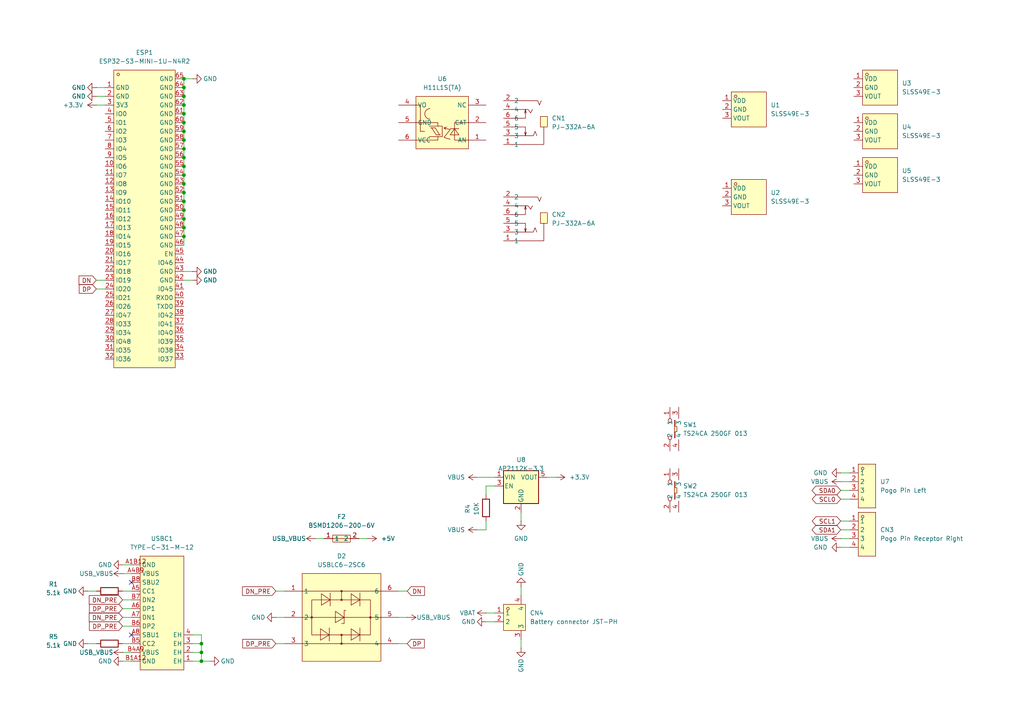
<source format=kicad_sch>
(kicad_sch (version 20250114) (generator "eeschema") (generator_version "9.0")
  (paper "A4")
  (lib_symbols
    (symbol "Device:R" (pin_numbers (hide yes)) (pin_names (offset 0))
      (property "Reference" "R" (at 2.032 0 90))
      (property "Value" "R" (at 0 0 90))
      (symbol "R_0_1"
        (rectangle (start -1.016 -2.54) (end 1.016 2.54) (stroke (width 0.254)))
      )
      (symbol "R_1_1"
        (pin passive line (at 0 3.81 270) (length 1.27) (name "~") (number "1"))
        (pin passive line (at 0 -3.81 90) (length 1.27) (name "~") (number "2"))
      )
    )
    (symbol "Regulator_Linear:AP2112K-3.3" (pin_names (offset 0.254))
      (property "Reference" "U" (at -5.08 5.715 0))
      (property "Value" "AP2112K-3.3" (at 0 5.715 0))
      (symbol "AP2112K-3.3_0_1"
        (rectangle (start -5.08 4.445) (end 5.08 -5.08) (stroke (width 0.254)) (fill (type background)))
      )
      (symbol "AP2112K-3.3_1_1"
        (pin power_in line (at -7.62 2.54 0) (length 2.54) (name "VIN") (number "1"))
        (pin input line (at -7.62 0 0) (length 2.54) (name "EN") (number "3"))
        (pin power_in line (at 0 -7.62 90) (length 2.54) (name "GND") (number "2"))
        (pin no_connect line (at 5.08 0 180) (length 2.54) (hide yes) (name "NC") (number "4"))
        (pin power_out line (at 7.62 2.54 180) (length 2.54) (name "VOUT") (number "5"))
      )
    )
    (symbol "easyeda2kicad:BSMD1206-200-6V"
      (property "Reference" "F" (at 0 5.08 0))
      (property "Value" "BSMD1206-200-6V" (at 0 -5.08 0))
      (symbol "BSMD1206-200-6V_0_1"
        (rectangle (start -2.54 1.02) (end 2.54 -1.02) (fill (type background)))
        (polyline (pts (xy -2.54 0) (xy 2.54 0)))
        (pin unspecified line (at -5.08 0 0) (length 2.54) (name "1") (number "1"))
        (pin unspecified line (at 5.08 0 180) (length 2.54) (name "2") (number "2"))
      )
    )
    (symbol "easyeda2kicad:ESP32-S3-MINI-1U-N4R2"
      (property "Reference" "ESP" (at 0 45.72 0))
      (property "Value" "ESP32-S3-MINI-1U-N4R2" (at 0 -45.72 0))
      (symbol "ESP32-S3-MINI-1U-N4R2_0_1"
        (rectangle (start -10.16 43.18) (end 7.62 -43.18) (fill (type background)))
        (circle (center -8.89 41.91) (radius 0.38))
        (pin unspecified line (at -12.7 38.1 0) (length 2.54) (name "GND") (number "1"))
        (pin unspecified line (at -12.7 35.56 0) (length 2.54) (name "GND") (number "2"))
        (pin unspecified line (at -12.7 33.02 0) (length 2.54) (name "3V3") (number "3"))
        (pin unspecified line (at -12.7 30.48 0) (length 2.54) (name "IO0") (number "4"))
        (pin unspecified line (at -12.7 27.94 0) (length 2.54) (name "IO1") (number "5"))
        (pin unspecified line (at -12.7 25.4 0) (length 2.54) (name "IO2") (number "6"))
        (pin unspecified line (at -12.7 22.86 0) (length 2.54) (name "IO3") (number "7"))
        (pin unspecified line (at -12.7 20.32 0) (length 2.54) (name "IO4") (number "8"))
        (pin unspecified line (at -12.7 17.78 0) (length 2.54) (name "IO5") (number "9"))
        (pin unspecified line (at -12.7 15.24 0) (length 2.54) (name "IO6") (number "10"))
        (pin unspecified line (at -12.7 12.7 0) (length 2.54) (name "IO7") (number "11"))
        (pin unspecified line (at -12.7 10.16 0) (length 2.54) (name "IO8") (number "12"))
        (pin unspecified line (at -12.7 7.62 0) (length 2.54) (name "IO9") (number "13"))
        (pin unspecified line (at -12.7 5.08 0) (length 2.54) (name "IO10") (number "14"))
        (pin unspecified line (at -12.7 2.54 0) (length 2.54) (name "IO11") (number "15"))
        (pin unspecified line (at -12.7 0 0) (length 2.54) (name "IO12") (number "16"))
        (pin unspecified line (at -12.7 -2.54 0) (length 2.54) (name "IO13") (number "17"))
        (pin unspecified line (at -12.7 -5.08 0) (length 2.54) (name "IO14") (number "18"))
        (pin unspecified line (at -12.7 -7.62 0) (length 2.54) (name "IO15") (number "19"))
        (pin unspecified line (at -12.7 -10.16 0) (length 2.54) (name "IO16") (number "20"))
        (pin unspecified line (at -12.7 -12.7 0) (length 2.54) (name "IO17") (number "21"))
        (pin unspecified line (at -12.7 -15.24 0) (length 2.54) (name "IO18") (number "22"))
        (pin unspecified line (at -12.7 -17.78 0) (length 2.54) (name "IO19") (number "23"))
        (pin unspecified line (at -12.7 -20.32 0) (length 2.54) (name "IO20") (number "24"))
        (pin unspecified line (at -12.7 -22.86 0) (length 2.54) (name "IO21") (number "25"))
        (pin unspecified line (at -12.7 -25.4 0) (length 2.54) (name "IO26") (number "26"))
        (pin unspecified line (at -12.7 -27.94 0) (length 2.54) (name "IO47") (number "27"))
        (pin unspecified line (at -12.7 -30.48 0) (length 2.54) (name "IO33") (number "28"))
        (pin unspecified line (at -12.7 -33.02 0) (length 2.54) (name "IO34") (number "29"))
        (pin unspecified line (at -12.7 -35.56 0) (length 2.54) (name "IO48") (number "30"))
        (pin unspecified line (at -12.7 -38.1 0) (length 2.54) (name "IO35") (number "31"))
        (pin unspecified line (at -12.7 -40.64 0) (length 2.54) (name "IO36") (number "32"))
        (pin unspecified line (at 10.16 40.64 180) (length 2.54) (name "GND") (number "65"))
        (pin unspecified line (at 10.16 38.1 180) (length 2.54) (name "GND") (number "64"))
        (pin unspecified line (at 10.16 35.56 180) (length 2.54) (name "GND") (number "63"))
        (pin unspecified line (at 10.16 33.02 180) (length 2.54) (name "GND") (number "62"))
        (pin unspecified line (at 10.16 30.48 180) (length 2.54) (name "GND") (number "61"))
        (pin unspecified line (at 10.16 27.94 180) (length 2.54) (name "GND") (number "60"))
        (pin unspecified line (at 10.16 25.4 180) (length 2.54) (name "GND") (number "59"))
        (pin unspecified line (at 10.16 22.86 180) (length 2.54) (name "GND") (number "58"))
        (pin unspecified line (at 10.16 20.32 180) (length 2.54) (name "GND") (number "57"))
        (pin unspecified line (at 10.16 17.78 180) (length 2.54) (name "GND") (number "56"))
        (pin unspecified line (at 10.16 15.24 180) (length 2.54) (name "GND") (number "55"))
        (pin unspecified line (at 10.16 12.7 180) (length 2.54) (name "GND") (number "54"))
        (pin unspecified line (at 10.16 10.16 180) (length 2.54) (name "GND") (number "53"))
        (pin unspecified line (at 10.16 7.62 180) (length 2.54) (name "GND") (number "52"))
        (pin unspecified line (at 10.16 5.08 180) (length 2.54) (name "GND") (number "51"))
        (pin unspecified line (at 10.16 2.54 180) (length 2.54) (name "GND") (number "50"))
        (pin unspecified line (at 10.16 0 180) (length 2.54) (name "GND") (number "49"))
        (pin unspecified line (at 10.16 -2.54 180) (length 2.54) (name "GND") (number "48"))
        (pin unspecified line (at 10.16 -5.08 180) (length 2.54) (name "GND") (number "47"))
        (pin unspecified line (at 10.16 -7.62 180) (length 2.54) (name "GND") (number "46"))
        (pin unspecified line (at 10.16 -10.16 180) (length 2.54) (name "EN") (number "45"))
        (pin unspecified line (at 10.16 -12.7 180) (length 2.54) (name "IO46") (number "44"))
        (pin unspecified line (at 10.16 -15.24 180) (length 2.54) (name "GND") (number "43"))
        (pin unspecified line (at 10.16 -17.78 180) (length 2.54) (name "GND") (number "42"))
        (pin unspecified line (at 10.16 -20.32 180) (length 2.54) (name "IO45") (number "41"))
        (pin unspecified line (at 10.16 -22.86 180) (length 2.54) (name "RXD0") (number "40"))
        (pin unspecified line (at 10.16 -25.4 180) (length 2.54) (name "TXD0") (number "39"))
        (pin unspecified line (at 10.16 -27.94 180) (length 2.54) (name "IO42") (number "38"))
        (pin unspecified line (at 10.16 -30.48 180) (length 2.54) (name "IO41") (number "37"))
        (pin unspecified line (at 10.16 -33.02 180) (length 2.54) (name "IO40") (number "36"))
        (pin unspecified line (at 10.16 -35.56 180) (length 2.54) (name "IO39") (number "35"))
        (pin unspecified line (at 10.16 -38.1 180) (length 2.54) (name "IO38") (number "34"))
        (pin unspecified line (at 10.16 -40.64 180) (length 2.54) (name "IO37") (number "33"))
      )
    )
    (symbol "easyeda2kicad:H11L1S(TA)"
      (property "Reference" "U" (at 0 10.16 0))
      (property "Value" "H11L1S(TA)" (at 0 -10.16 0))
      (symbol "H11L1S(TA)_0_1"
        (rectangle (start -7.62 7.62) (end 7.62 -7.62) (fill (type background)))
        (polyline (pts (xy -7.62 -5.08) (xy -1.27 -5.08) (xy -1.27 -4.06)))
        (polyline (pts (xy -5.08 -2.54) (xy -6.35 -2.54) (xy -6.35 5.08) (xy -7.62 5.08)))
        (arc (start -3.56 1.02) (mid -5.0521 2.54) (end -3.56 4.06))
        (polyline (pts (xy -3.3 -1.52) (xy -3.05 -1.52) (xy -2.03 -1.52)))
        (polyline (pts (xy -1.27 -1.02) (xy -1.27 0) (xy -7.62 0)))
        (polyline (pts (xy -0.76 -3.56) (xy -2.03 -1.52)))
        (polyline (pts (xy -0.51 -3.56) (xy -1.78 -3.56) (xy -3.05 -1.52) (xy -3.3 -1.52)))
        (polyline (pts (xy 0 -4.06) (xy -3.81 -4.06)))
        (polyline (pts (xy 0 -4.06) (xy 0 -1.02) (xy -3.81 -1.02)))
        (polyline (pts (xy 0.51 -1.52) (xy 1.27 -1.27)))
        (polyline (pts (xy 2.29 -4.83) (xy 0.51 -4.32) (xy 2.29 -2.03) (xy 0.51 -1.52) (xy 1.02 -2.03)))
        (polyline (pts (xy 4.83 -1.78) (xy 2.29 -1.78)))
        (polyline (pts (xy 4.83 -3.56) (xy 2.29 -3.56) (xy 3.56 -1.78) (xy 4.83 -3.56)) (fill (type background)))
        (polyline (pts (xy 7.62 -5.08) (xy 3.56 -5.08) (xy 3.56 0) (xy 7.62 0)))
        (pin unspecified line (at -12.7 5.08 0) (length 5.08) (name "VO") (number "4"))
        (pin unspecified line (at -12.7 0 0) (length 5.08) (name "GND") (number "5"))
        (pin unspecified line (at -12.7 -5.08 0) (length 5.08) (name "VCC") (number "6"))
        (pin unspecified line (at 12.7 5.08 180) (length 5.08) (name "NC") (number "3"))
        (pin unspecified line (at 12.7 0 180) (length 5.08) (name "CAT") (number "2"))
        (pin unspecified line (at 12.7 -5.08 180) (length 5.08) (name "AN") (number "1"))
      )
    )
    (symbol "easyeda2kicad:PJ-332A-6A"
      (property "Reference" "CN" (at 0 12.7 0))
      (property "Value" "PJ-332A-6A" (at 0 -10.16 0))
      (symbol "PJ-332A-6A_0_1"
        (rectangle (start -10.16 2.54) (end -8.13 -0.51) (fill (type background)))
        (polyline (pts (xy -3.81 5.08) (xy -3.56 4.06)))
        (polyline (pts (xy -3.81 -2.54) (xy -4.06 -1.52)))
        (polyline (pts (xy 0 7.62) (xy -9.14 7.62) (xy -9.14 2.54)))
        (polyline (pts (xy 0 5.08) (xy -6.1 5.08) (xy -6.6 3.81) (xy -7.11 5.08)))
        (polyline (pts (xy 0 2.54) (xy -3.81 2.54) (xy -3.81 5.08) (xy -4.06 4.06)))
        (polyline (pts (xy 0 0) (xy -3.81 0) (xy -3.81 -2.54) (xy -3.56 -1.52)))
        (polyline (pts (xy 0 -2.54) (xy -4.57 -2.54) (xy -5.33 -1.52) (xy -5.84 -2.54)))
        (polyline (pts (xy 0 -5.08) (xy -7.37 -5.08) (xy -7.87 -3.81) (xy -8.38 -5.08)))
        (pin unspecified line (at 2.54 7.62 180) (length 2.54) (name "1") (number "1"))
        (pin unspecified line (at 2.54 5.08 180) (length 2.54) (name "3") (number "3"))
        (pin unspecified line (at 2.54 2.54 180) (length 2.54) (name "5") (number "5"))
        (pin unspecified line (at 2.54 0 180) (length 2.54) (name "6") (number "6"))
        (pin unspecified line (at 2.54 -2.54 180) (length 2.54) (name "4") (number "4"))
        (pin unspecified line (at 2.54 -5.08 180) (length 2.54) (name "2") (number "2"))
      )
    )
    (symbol "easyeda2kicad:S2B-PH-SM4-TB(LF)(SN)"
      (property "Reference" "CN" (at 0 11.43 0))
      (property "Value" "S2B-PH-SM4-TB(LF)(SN)" (at 0 -11.43 0))
      (symbol "S2B-PH-SM4-TB(LF)(SN)_0_1"
        (rectangle (start -1.27 3.81) (end 5.08 -3.81) (fill (type background)))
        (circle (center 0 2.54) (radius 0.38))
        (pin unspecified line (at -3.81 1.27 0) (length 2.54) (name "1") (number "1"))
        (pin unspecified line (at -3.81 -1.27 0) (length 2.54) (name "2") (number "2"))
        (pin unspecified line (at 3.81 6.35 270) (length 2.54) (name "4") (number "4"))
        (pin unspecified line (at 3.81 -6.35 90) (length 2.54) (name "3") (number "3"))
      )
    )
    (symbol "easyeda2kicad:SLSS49E-3"
      (property "Reference" "U" (at 0 7.62 0))
      (property "Value" "SLSS49E-3" (at 0 -7.62 0))
      (symbol "SLSS49E-3_0_1"
        (rectangle (start -5.08 5.08) (end 5.08 -5.08) (fill (type background)))
        (circle (center -3.81 3.81) (radius 0.38))
        (pin unspecified line (at -7.62 2.54 0) (length 2.54) (name "VDD") (number "1"))
        (pin unspecified line (at -7.62 0 0) (length 2.54) (name "GND") (number "2"))
        (pin unspecified line (at -7.62 -2.54 0) (length 2.54) (name "VOUT") (number "3"))
      )
    )
    (symbol "easyeda2kicad:TS24CA250GF013"
      (property "Reference" "SW" (at 0 7.62 0))
      (property "Value" "TS24CA 250GF 013" (at 0 -5.08 0))
      (symbol "TS24CA250GF013_0_1"
        (polyline (pts (xy -3.81 1.27) (xy 1.27 1.27) (xy 1.27 1.52) (xy -0.51 1.52) (xy -0.51 2.03) (xy -2.03 2.03) (xy -2.03 1.52) (xy -3.81 1.52) (xy -3.81 1.27)) (fill (type background)))
        (circle (center -3.81 0) (radius 0.51))
        (circle (center 1.27 0) (radius 0.51))
        (pin unspecified line (at -7.62 2.54 0) (length 3.302) (name "3") (number "3"))
        (pin unspecified line (at -7.62 0 0) (length 3.302) (name "1") (number "1"))
        (pin unspecified line (at 5.08 2.54 180) (length 3.302) (name "4") (number "4"))
        (pin unspecified line (at 5.08 0 180) (length 3.302) (name "2") (number "2"))
      )
    )
    (symbol "easyeda2kicad:TYPE-C-31-M-12"
      (property "Reference" "USBC" (at 0 19.05 0))
      (property "Value" "TYPE-C-31-M-12" (at 0 -19.05 0))
      (symbol "TYPE-C-31-M-12_0_1"
        (rectangle (start -6.35 16.51) (end 6.35 -16.51) (fill (type background)))
        (pin unspecified line (at -8.89 13.97 0) (length 2.54) (name "GND") (number "A1B12"))
        (pin unspecified line (at -8.89 11.43 0) (length 2.54) (name "VBUS") (number "A4B9"))
        (pin unspecified line (at -8.89 8.89 0) (length 2.54) (name "SBU2") (number "B8"))
        (pin unspecified line (at -8.89 6.35 0) (length 2.54) (name "CC1") (number "A5"))
        (pin unspecified line (at -8.89 3.81 0) (length 2.54) (name "DN2") (number "B7"))
        (pin unspecified line (at -8.89 1.27 0) (length 2.54) (name "DP1") (number "A6"))
        (pin unspecified line (at -8.89 -1.27 0) (length 2.54) (name "DN1") (number "A7"))
        (pin unspecified line (at -8.89 -3.81 0) (length 2.54) (name "DP2") (number "B6"))
        (pin unspecified line (at -8.89 -6.35 0) (length 2.54) (name "SBU1") (number "A8"))
        (pin unspecified line (at -8.89 -8.89 0) (length 2.54) (name "CC2") (number "B5"))
        (pin unspecified line (at -8.89 -11.43 0) (length 2.54) (name "VBUS") (number "B4A9"))
        (pin unspecified line (at -8.89 -13.97 0) (length 2.54) (name "GND") (number "B1A12"))
        (pin unspecified line (at 8.89 -6.35 180) (length 2.54) (name "EH") (number "4"))
        (pin unspecified line (at 8.89 -8.89 180) (length 2.54) (name "EH") (number "3"))
        (pin unspecified line (at 8.89 -11.43 180) (length 2.54) (name "EH") (number "2"))
        (pin unspecified line (at 8.89 -13.97 180) (length 2.54) (name "EH") (number "1"))
      )
    )
    (symbol "easyeda2kicad:USBLC6-2SC6"
      (property "Reference" "D" (at 0 12.7 0))
      (property "Value" "USBLC6-2SC6" (at 0 -12.7 0))
      (symbol "USBLC6-2SC6_0_1"
        (rectangle (start -11.43 12.7) (end 11.43 -12.7) (fill (type background)))
        (polyline (pts (xy -11.43 7.62) (xy 11.43 7.62)))
        (polyline (pts (xy -11.43 0) (xy 11.43 0)))
        (polyline (pts (xy -11.43 -7.62) (xy 11.43 -7.62)))
        (circle (center -8.64 0) (radius 0.25))
        (polyline (pts (xy -8.64 0) (xy -8.64 5.08) (xy 8.38 5.08) (xy 8.38 -5.08) (xy -8.64 -5.08) (xy -8.64 0)) (fill (type background)))
        (polyline (pts (xy -6.1 -6.6) (xy -3.56 -5.08) (xy -6.1 -3.3) (xy -6.1 -6.6)) (fill (type background)))
        (polyline (pts (xy -5.84 3.56) (xy -3.3 5.08) (xy -5.84 6.86) (xy -5.84 3.56)) (fill (type background)))
        (polyline (pts (xy -3.56 -3.05) (xy -3.56 -3.05) (xy -3.56 -6.86) (xy -3.56 -6.86)))
        (polyline (pts (xy -3.3 7.11) (xy -3.3 7.11) (xy -3.3 3.3) (xy -3.3 3.3)))
        (polyline (pts (xy -1.78 -1.52) (xy 0.76 0) (xy -1.78 1.78) (xy -1.78 -1.52)) (fill (type background)))
        (circle (center 0 7.62) (radius 0.25))
        (polyline (pts (xy 0 7.62) (xy 0 5.08)))
        (circle (center 0 5.08) (radius 0.25))
        (circle (center 0 -5.08) (radius 0.25))
        (polyline (pts (xy 0 -7.62) (xy 0 -5.08)))
        (circle (center 0 -7.62) (radius 0.25))
        (polyline (pts (xy 1.27 2.03) (xy 0.76 2.03) (xy 0.76 -1.78) (xy 0 -1.78)))
        (polyline (pts (xy 2.79 3.56) (xy 5.33 5.08) (xy 2.79 6.86) (xy 2.79 3.56)) (fill (type background)))
        (polyline (pts (xy 2.79 -6.6) (xy 5.33 -5.08) (xy 2.79 -3.3) (xy 2.79 -6.6)) (fill (type background)))
        (polyline (pts (xy 5.33 7.11) (xy 5.33 7.11) (xy 5.33 3.3) (xy 5.33 3.3)))
        (polyline (pts (xy 5.33 -3.05) (xy 5.33 -3.05) (xy 5.33 -6.86) (xy 5.33 -6.86)))
        (circle (center 8.38 0) (radius 0.25))
        (pin input line (at -16.51 7.62 0) (length 5.08) (name "1") (number "1"))
        (pin input line (at -16.51 0 0) (length 5.08) (name "2") (number "2"))
        (pin input line (at -16.51 -7.62 0) (length 5.08) (name "3") (number "3"))
        (pin input line (at 16.51 7.62 180) (length 5.08) (name "6") (number "6"))
        (pin input line (at 16.51 0 180) (length 5.08) (name "5") (number "5"))
        (pin input line (at 16.51 -7.62 180) (length 5.08) (name "4") (number "4"))
      )
    )
    (symbol "easyeda2kicad:YZ165615055F-04025-01"
      (property "Reference" "U" (at 0 8.89 0))
      (property "Value" "YZ165615055F-04025-01" (at 0 -8.89 0))
      (symbol "YZ165615055F-04025-01_0_1"
        (rectangle (start -2.54 6.35) (end 2.54 -6.35) (fill (type background)))
        (circle (center -1.27 5.08) (radius 0.38))
        (pin unspecified line (at -5.08 3.81 0) (length 2.54) (name "1") (number "1"))
        (pin unspecified line (at -5.08 1.27 0) (length 2.54) (name "2") (number "2"))
        (pin unspecified line (at -5.08 -1.27 0) (length 2.54) (name "3") (number "3"))
        (pin unspecified line (at -5.08 -3.81 0) (length 2.54) (name "4") (number "4"))
      )
    )
    (symbol "easyeda2kicad:YZ199315035T-04025-01"
      (property "Reference" "CN" (at 0 8.89 0))
      (property "Value" "YZ199315035T-04025-01" (at 0 -8.89 0))
      (symbol "YZ199315035T-04025-01_0_1"
        (rectangle (start -2.54 6.35) (end 2.54 -6.35) (fill (type background)))
        (circle (center -1.27 5.08) (radius 0.38))
        (pin unspecified line (at -5.08 3.81 0) (length 2.54) (name "1") (number "1"))
        (pin unspecified line (at -5.08 1.27 0) (length 2.54) (name "2") (number "2"))
        (pin unspecified line (at -5.08 -1.27 0) (length 2.54) (name "3") (number "3"))
        (pin unspecified line (at -5.08 -3.81 0) (length 2.54) (name "4") (number "4"))
      )
    )
    (symbol "power:+3.3V" (power) (pin_numbers (hide yes)) (pin_names (offset 0) (hide yes))
      (property "Value" "+3.3V" (at 0 3.556 0))
      (symbol "+3.3V_0_1"
        (polyline (pts (xy -0.762 1.27) (xy 0 2.54)))
        (polyline (pts (xy 0 2.54) (xy 0.762 1.27)))
        (polyline (pts (xy 0 0) (xy 0 2.54)))
      )
      (symbol "+3.3V_1_1"
        (pin power_in line (at 0 0 90) (length 0) (name "~") (number "1"))
      )
    )
    (symbol "power:+5V" (power) (pin_numbers (hide yes)) (pin_names (offset 0) (hide yes))
      (property "Value" "+5V" (at 0 3.556 0))
      (symbol "+5V_0_1"
        (polyline (pts (xy -0.762 1.27) (xy 0 2.54)))
        (polyline (pts (xy 0 2.54) (xy 0.762 1.27)))
        (polyline (pts (xy 0 0) (xy 0 2.54)))
      )
      (symbol "+5V_1_1"
        (pin power_in line (at 0 0 90) (length 0) (name "~") (number "1"))
      )
    )
    (symbol "power:GND" (power) (pin_numbers (hide yes)) (pin_names (offset 0) (hide yes))
      (property "Value" "GND" (at 0 -3.81 0))
      (symbol "GND_0_1"
        (polyline (pts (xy 0 0) (xy 0 -1.27) (xy 1.27 -1.27) (xy 0 -2.54) (xy -1.27 -1.27) (xy 0 -1.27)))
      )
      (symbol "GND_1_1"
        (pin power_in line (at 0 0 270) (length 0) (name "~") (number "1"))
      )
    )
    (symbol "power:VBUS" (power) (pin_numbers (hide yes)) (pin_names (offset 0) (hide yes))
      (property "Value" "VBUS" (at 0 3.556 0))
      (symbol "VBUS_0_1"
        (polyline (pts (xy -0.762 1.27) (xy 0 2.54)))
        (polyline (pts (xy 0 2.54) (xy 0.762 1.27)))
        (polyline (pts (xy 0 0) (xy 0 2.54)))
      )
      (symbol "VBUS_1_1"
        (pin power_in line (at 0 0 90) (length 0) (name "~") (number "1"))
      )
    )
  )
  (junction (at 53.34 38.1))
  (junction (at 53.34 35.56))
  (junction (at 53.34 55.88))
  (junction (at 53.34 58.42))
  (junction (at 53.34 33.02))
  (junction (at 53.34 63.5))
  (junction (at 53.34 27.94))
  (junction (at 58.42 191.77))
  (junction (at 53.34 25.4))
  (junction (at 53.34 22.86))
  (junction (at 58.42 189.23))
  (junction (at 53.34 43.18))
  (junction (at 53.34 40.64))
  (junction (at 53.34 53.34))
  (junction (at 53.34 45.72))
  (junction (at 53.34 50.8))
  (junction (at 53.34 30.48))
  (junction (at 53.34 48.26))
  (junction (at 53.34 68.58))
  (junction (at 58.42 186.69))
  (junction (at 53.34 66.04))
  (junction (at 53.34 60.96))
  (no_connect (at 38.1 184.15))
  (no_connect (at 38.1 168.91))
  (wire (pts (xy 53.34 22.86) (xy 53.34 25.4)))
  (wire (pts (xy 151.13 151.13) (xy 151.13 148.59)))
  (wire (pts (xy 140.97 177.8) (xy 143.51 177.8)))
  (wire (pts (xy 243.84 153.67) (xy 246.38 153.67)))
  (wire (pts (xy 53.34 78.74) (xy 55.88 78.74)))
  (wire (pts (xy 55.88 191.77) (xy 58.42 191.77)))
  (wire (pts (xy 30.48 25.4) (xy 27.94 25.4)))
  (wire (pts (xy 53.34 68.58) (xy 53.34 71.12)))
  (wire (pts (xy 243.84 139.7) (xy 246.38 139.7)))
  (wire (pts (xy 55.88 189.23) (xy 58.42 189.23)))
  (wire (pts (xy 53.34 60.96) (xy 53.34 63.5)))
  (wire (pts (xy 53.34 63.5) (xy 53.34 66.04)))
  (wire (pts (xy 53.34 35.56) (xy 53.34 38.1)))
  (wire (pts (xy 140.97 140.97) (xy 143.51 140.97)))
  (wire (pts (xy 53.34 22.86) (xy 55.88 22.86)))
  (wire (pts (xy 53.34 27.94) (xy 53.34 30.48)))
  (wire (pts (xy 140.97 180.34) (xy 143.51 180.34)))
  (wire (pts (xy 53.34 33.02) (xy 53.34 35.56)))
  (wire (pts (xy 35.56 191.77) (xy 38.1 191.77)))
  (wire (pts (xy 58.42 189.23) (xy 58.42 191.77)))
  (wire (pts (xy 35.56 181.61) (xy 38.1 181.61)))
  (wire (pts (xy 35.56 163.83) (xy 38.1 163.83)))
  (wire (pts (xy 53.34 50.8) (xy 53.34 53.34)))
  (wire (pts (xy 151.13 170.18) (xy 151.13 172.72)))
  (wire (pts (xy 82.55 186.69) (xy 80.01 186.69)))
  (wire (pts (xy 80.01 179.07) (xy 82.55 179.07)))
  (wire (pts (xy 58.42 191.77) (xy 60.96 191.77)))
  (wire (pts (xy 53.34 45.72) (xy 53.34 48.26)))
  (wire (pts (xy 243.84 156.21) (xy 246.38 156.21)))
  (wire (pts (xy 53.34 53.34) (xy 53.34 55.88)))
  (wire (pts (xy 118.11 179.07) (xy 115.57 179.07)))
  (wire (pts (xy 243.84 144.78) (xy 246.38 144.78)))
  (wire (pts (xy 140.97 153.67) (xy 140.97 151.13)))
  (wire (pts (xy 35.56 186.69) (xy 38.1 186.69)))
  (wire (pts (xy 53.34 48.26) (xy 53.34 50.8)))
  (wire (pts (xy 161.29 138.43) (xy 158.75 138.43)))
  (wire (pts (xy 35.56 171.45) (xy 38.1 171.45)))
  (wire (pts (xy 104.14 156.21) (xy 106.68 156.21)))
  (wire (pts (xy 243.84 137.16) (xy 246.38 137.16)))
  (wire (pts (xy 243.84 142.24) (xy 246.38 142.24)))
  (wire (pts (xy 55.88 186.69) (xy 58.42 186.69)))
  (wire (pts (xy 53.34 40.64) (xy 53.34 43.18)))
  (wire (pts (xy 58.42 186.69) (xy 58.42 189.23)))
  (wire (pts (xy 53.34 38.1) (xy 53.34 40.64)))
  (wire (pts (xy 243.84 158.75) (xy 246.38 158.75)))
  (wire (pts (xy 27.94 30.48) (xy 30.48 30.48)))
  (wire (pts (xy 27.94 81.28) (xy 30.48 81.28)))
  (wire (pts (xy 138.43 153.67) (xy 140.97 153.67)))
  (wire (pts (xy 53.34 81.28) (xy 55.88 81.28)))
  (wire (pts (xy 53.34 58.42) (xy 53.34 60.96)))
  (wire (pts (xy 140.97 140.97) (xy 140.97 143.51)))
  (wire (pts (xy 30.48 27.94) (xy 27.94 27.94)))
  (wire (pts (xy 53.34 66.04) (xy 53.34 68.58)))
  (wire (pts (xy 35.56 166.37) (xy 38.1 166.37)))
  (wire (pts (xy 53.34 43.18) (xy 53.34 45.72)))
  (wire (pts (xy 35.56 176.53) (xy 38.1 176.53)))
  (wire (pts (xy 243.84 151.13) (xy 246.38 151.13)))
  (wire (pts (xy 53.34 30.48) (xy 53.34 33.02)))
  (wire (pts (xy 58.42 184.15) (xy 58.42 186.69)))
  (wire (pts (xy 27.94 186.69) (xy 25.4 186.69)))
  (wire (pts (xy 35.56 189.23) (xy 38.1 189.23)))
  (wire (pts (xy 138.43 138.43) (xy 143.51 138.43)))
  (wire (pts (xy 118.11 186.69) (xy 115.57 186.69)))
  (wire (pts (xy 82.55 171.45) (xy 80.01 171.45)))
  (wire (pts (xy 91.44 156.21) (xy 93.98 156.21)))
  (wire (pts (xy 35.56 173.99) (xy 38.1 173.99)))
  (wire (pts (xy 118.11 171.45) (xy 115.57 171.45)))
  (wire (pts (xy 27.94 83.82) (xy 30.48 83.82)))
  (wire (pts (xy 55.88 184.15) (xy 58.42 184.15)))
  (wire (pts (xy 35.56 179.07) (xy 38.1 179.07)))
  (wire (pts (xy 53.34 25.4) (xy 53.34 27.94)))
  (wire (pts (xy 53.34 55.88) (xy 53.34 58.42)))
  (wire (pts (xy 151.13 187.96) (xy 151.13 185.42)))
  (wire (pts (xy 27.94 171.45) (xy 25.4 171.45)))
  (global_label "DP_PRE" (shape input) (at 35.56 181.61 180) (property "Intersheetrefs" "${INTERSHEET_REFS}" (effects (hide yes))))
  (global_label "DP_PRE" (shape input) (at 80.01 186.69 180) (property "Intersheetrefs" "${INTERSHEET_REFS}" (effects (hide yes))))
  (global_label "SDA1" (shape bidirectional) (at 243.84 153.67 180) (property "Intersheetrefs" "${INTERSHEET_REFS}" (effects (hide yes))))
  (global_label "DN_PRE" (shape input) (at 35.56 179.07 180) (property "Intersheetrefs" "${INTERSHEET_REFS}" (effects (hide yes))))
  (global_label "DN_PRE" (shape input) (at 35.56 173.99 180) (property "Intersheetrefs" "${INTERSHEET_REFS}" (effects (hide yes))))
  (global_label "SCL0" (shape bidirectional) (at 243.84 144.78 180) (property "Intersheetrefs" "${INTERSHEET_REFS}" (effects (hide yes))))
  (global_label "DP_PRE" (shape input) (at 35.56 176.53 180) (property "Intersheetrefs" "${INTERSHEET_REFS}" (effects (hide yes))))
  (global_label "SCL1" (shape bidirectional) (at 243.84 151.13 180) (property "Intersheetrefs" "${INTERSHEET_REFS}" (effects (hide yes))))
  (global_label "SDA0" (shape bidirectional) (at 243.84 142.24 180) (property "Intersheetrefs" "${INTERSHEET_REFS}" (effects (hide yes))))
  (global_label "DN_PRE" (shape input) (at 80.01 171.45 180) (property "Intersheetrefs" "${INTERSHEET_REFS}" (effects (hide yes))))
  (global_label "DP" (shape input) (at 27.94 83.82 180) (property "Intersheetrefs" "${INTERSHEET_REFS}" (effects (hide yes))))
  (global_label "DN" (shape input) (at 118.11 171.45 0) (property "Intersheetrefs" "${INTERSHEET_REFS}" (effects (hide yes))))
  (global_label "DP" (shape input) (at 118.11 186.69 0) (property "Intersheetrefs" "${INTERSHEET_REFS}" (effects (hide yes))))
  (global_label "DN" (shape input) (at 27.94 81.28 180) (property "Intersheetrefs" "${INTERSHEET_REFS}" (effects (hide yes))))
  (symbol (lib_id "power:GND") (at 35.56 191.77 270) (mirror x) (unit 1)
    (property "Reference" "#PWR08" (effects (hide yes)))
    (property "Value" "GND" (at 30.48 191.77 90))
    (property "Description" "Power symbol creates a global label with name \"GND\" , ground" (effects (hide yes)))
  )
  (symbol (lib_id "Device:R") (at 140.97 147.32 0) (unit 1)
    (property "Reference" "R4" (at 135.636 147.574 90))
    (property "Value" "10K" (at 138.176 147.574 90))
    (property "Footprint" "Resistor_SMD:R_0402_1005Metric" (effects (hide yes)))
    (property "Description" "Resistor" (effects (hide yes)))
  )
  (symbol (lib_id "power:GND") (at 60.96 191.77 90) (mirror x) (unit 1)
    (property "Reference" "#PWR09" (effects (hide yes)))
    (property "Value" "GND" (at 66.04 191.77 90))
    (property "Description" "Power symbol creates a global label with name \"GND\" , ground" (effects (hide yes)))
  )
  (symbol (lib_id "easyeda2kicad:YZ165615055F-04025-01") (at 251.46 140.97 0) (unit 1)
    (property "Reference" "U7" (at 255.27 139.6999 0) (effects (justify left)))
    (property "Value" "Pogo Pin Left" (at 255.27 142.2399 0) (effects (justify left)))
    (property "Footprint" "easyeda2kicad:CONN-SMD_4P-L11.0-W5.5-P2.50_YZ165615055F-04025-01" (effects (hide yes)))
    (property "LCSC Part" "C5296819" (effects (hide yes)))
  )
  (symbol (lib_id "power:GND") (at 80.01 179.07 270) (mirror x) (unit 1)
    (property "Reference" "#PWR0120" (effects (hide yes)))
    (property "Value" "GND" (at 74.93 179.07 90))
    (property "Description" "Power symbol creates a global label with name \"GND\" , ground" (effects (hide yes)))
  )
  (symbol (lib_id "easyeda2kicad:BSMD1206-200-6V") (at 99.06 156.21 0) (unit 1)
    (property "Reference" "F2" (at 99.06 149.86 0))
    (property "Value" "BSMD1206-200-6V" (at 99.06 152.4 0))
    (property "Footprint" "easyeda2kicad:F1206" (effects (hide yes)))
    (property "Datasheet" "https://lcsc.com/product-detail/PTC-Resettable-Fuses_BHFUSE-BSMD1206-200-6V_C883134.html" (effects (hide yes)))
    (property "LCSC Part" "C883134" (effects (hide yes)))
  )
  (symbol (lib_id "power:VBUS") (at 138.43 138.43 90) (unit 1)
    (property "Reference" "#PWR090" (effects (hide yes)))
    (property "Value" "VBUS" (at 132.334 138.43 90))
    (property "Description" "Power symbol creates a global label with name \"VBUS\"" (effects (hide yes)))
  )
  (symbol (lib_id "easyeda2kicad:H11L1S(TA)") (at 128.27 35.56 0) (unit 1)
    (property "Reference" "U6" (at 128.27 22.86 0))
    (property "Value" "H11L1S(TA)" (at 128.27 25.4 0))
    (property "Footprint" "easyeda2kicad:SMD-6_L7.3-W6.5-P2.54-LS10.2-BL" (effects (hide yes)))
    (property "Datasheet" "https://lcsc.com/product-detail/SMD-Optocouplers_H11L1S-TA_C78589.html" (effects (hide yes)))
    (property "LCSC Part" "C78589" (effects (hide yes)))
  )
  (symbol (lib_id "easyeda2kicad:SLSS49E-3") (at 255.27 25.4 0) (unit 1)
    (property "Reference" "U3" (at 261.62 24.1299 0) (effects (justify left)))
    (property "Value" "SLSS49E-3" (at 261.62 26.6699 0) (effects (justify left)))
    (property "Footprint" "samparts:SLSS49E_Hall_Switch_MX" (effects (hide yes)))
    (property "LCSC Part" "C2904393" (effects (hide yes)))
  )
  (symbol (lib_id "power:GND") (at 35.56 163.83 270) (mirror x) (unit 1)
    (property "Reference" "#PWR07" (effects (hide yes)))
    (property "Value" "GND" (at 30.48 163.83 90))
    (property "Description" "Power symbol creates a global label with name \"GND\" , ground" (effects (hide yes)))
  )
  (symbol (lib_id "power:GND") (at 27.94 25.4 270) (mirror x) (unit 1)
    (property "Reference" "#PWR014" (effects (hide yes)))
    (property "Value" "GND" (at 22.86 25.4 90))
    (property "Description" "Power symbol creates a global label with name \"GND\" , ground" (effects (hide yes)))
  )
  (symbol (lib_id "Device:R") (at 31.75 171.45 90) (unit 1)
    (property "Reference" "R1" (at 15.494 169.418 90))
    (property "Value" "5.1k" (at 15.494 171.958 90))
    (property "Footprint" "Resistor_SMD:R_0402_1005Metric" (effects (hide yes)))
    (property "Description" "Resistor" (effects (hide yes)))
  )
  (symbol (lib_id "easyeda2kicad:SLSS49E-3") (at 217.17 31.75 0) (unit 1)
    (property "Reference" "U1" (at 223.52 30.4799 0) (effects (justify left)))
    (property "Value" "SLSS49E-3" (at 223.52 33.0199 0) (effects (justify left)))
    (property "Footprint" "samparts:SLSS49E_Hall_Switch_MX" (effects (hide yes)))
    (property "LCSC Part" "C2904393" (effects (hide yes)))
  )
  (symbol (lib_id "power:+5V") (at 106.68 156.21 270) (unit 1)
    (property "Reference" "#PWR018" (effects (hide yes)))
    (property "Value" "+5V" (at 110.49 156.2099 90) (effects (justify left)))
    (property "Description" "Power symbol creates a global label with name \"+5V\"" (effects (hide yes)))
  )
  (symbol (lib_id "power:GND") (at 25.4 186.69 270) (mirror x) (unit 1)
    (property "Reference" "#PWR024" (effects (hide yes)))
    (property "Value" "GND" (at 20.32 186.69 90))
    (property "Description" "Power symbol creates a global label with name \"GND\" , ground" (effects (hide yes)))
  )
  (symbol (lib_id "power:VBUS") (at 243.84 156.21 90) (unit 1)
    (property "Reference" "#PWR04" (effects (hide yes)))
    (property "Value" "VBUS" (at 237.744 156.21 90))
    (property "Description" "Power symbol creates a global label with name \"VBUS\"" (effects (hide yes)))
  )
  (symbol (lib_id "easyeda2kicad:PJ-332A-6A") (at 148.59 34.29 180) (unit 1)
    (property "Reference" "CN1" (at 160.02 34.2899 0) (effects (justify right)))
    (property "Value" "PJ-332A-6A" (at 160.02 36.8299 0) (effects (justify right)))
    (property "Footprint" "easyeda2kicad:AUDIO-SMD_PJ-332A-6A" (effects (hide yes)))
    (property "LCSC Part" "C2848643" (effects (hide yes)))
  )
  (symbol (lib_id "power:GND") (at 151.13 170.18 0) (mirror x) (unit 1)
    (property "Reference" "#PWR022" (effects (hide yes)))
    (property "Value" "GND" (at 151.13 165.1 90))
    (property "Description" "Power symbol creates a global label with name \"GND\" , ground" (effects (hide yes)))
  )
  (symbol (lib_id "power:VBUS") (at 118.11 179.07 270) (unit 1)
    (property "Reference" "#PWR0121" (effects (hide yes)))
    (property "Value" "USB_VBUS" (at 125.73 179.07 90))
    (property "Description" "Power symbol creates a global label with name \"VBUS\"" (effects (hide yes)))
  )
  (symbol (lib_id "power:VBUS") (at 35.56 189.23 90) (unit 1)
    (property "Reference" "#PWR05" (effects (hide yes)))
    (property "Value" "USB_VBUS" (at 27.94 189.23 90))
    (property "Description" "Power symbol creates a global label with name \"VBUS\"" (effects (hide yes)))
  )
  (symbol (lib_id "easyeda2kicad:PJ-332A-6A") (at 148.59 62.23 180) (unit 1)
    (property "Reference" "CN2" (at 160.02 62.2299 0) (effects (justify right)))
    (property "Value" "PJ-332A-6A" (at 160.02 64.7699 0) (effects (justify right)))
    (property "Footprint" "easyeda2kicad:AUDIO-SMD_PJ-332A-6A" (effects (hide yes)))
    (property "LCSC Part" "C2848643" (effects (hide yes)))
  )
  (symbol (lib_id "easyeda2kicad:S2B-PH-SM4-TB(LF)(SN)") (at 147.32 179.07 0) (unit 1)
    (property "Reference" "CN4" (at 153.67 177.7999 0) (effects (justify left)))
    (property "Value" "Battery connector JST-PH" (at 153.67 180.3399 0) (effects (justify left)))
    (property "Footprint" "easyeda2kicad:CONN-SMD_P2.00_S2B-PH-SM4-TB-LF-SN" (effects (hide yes)))
    (property "Datasheet" "https://lcsc.com/product-detail/_JST-Sales-America_S2B-PH-SM4-TB-LF-SN_JST-Sales-America-S2B-PH-SM4-TB-LF-SN_C295747.html" (effects (hide yes)))
    (property "LCSC Part" "C295747" (effects (hide yes)))
  )
  (symbol (lib_id "power:VBUS") (at 91.44 156.21 90) (unit 1)
    (property "Reference" "#PWR017" (effects (hide yes)))
    (property "Value" "USB_VBUS" (at 83.82 156.21 90))
    (property "Description" "Power symbol creates a global label with name \"VBUS\"" (effects (hide yes)))
  )
  (symbol (lib_id "easyeda2kicad:TS24CA250GF013") (at 194.31 143.51 270) (unit 1)
    (property "Reference" "SW2" (at 198.12 140.9699 90) (effects (justify left)))
    (property "Value" "TS24CA 250GF 013" (at 198.12 143.5099 90) (effects (justify left)))
    (property "Footprint" "easyeda2kicad:SW-SMD_L4.7-W3.5-P3.35-EH" (effects (hide yes)))
    (property "LCSC Part" "C5373430" (effects (hide yes)))
  )
  (symbol (lib_id "Regulator_Linear:AP2112K-3.3") (at 151.13 140.97 0) (unit 1)
    (property "Reference" "U8" (at 151.13 133.35 0))
    (property "Value" "AP2112K-3.3" (at 151.13 135.89 0))
    (property "Footprint" "Package_TO_SOT_SMD:SOT-23-5" (effects (hide yes)))
    (property "Datasheet" "https://www.diodes.com/assets/Datasheets/AP2112.pdf" (effects (hide yes)))
    (property "Description" "600mA low dropout linear regulator, with enable pin, 3.8V-6V input voltage range, 3.3V fixed positive output, SOT-23-5" (effects (hide yes)))
  )
  (symbol (lib_id "easyeda2kicad:SLSS49E-3") (at 217.17 57.15 0) (unit 1)
    (property "Reference" "U2" (at 223.52 55.8799 0) (effects (justify left)))
    (property "Value" "SLSS49E-3" (at 223.52 58.4199 0) (effects (justify left)))
    (property "Footprint" "samparts:SLSS49E_Hall_Switch_MX" (effects (hide yes)))
    (property "LCSC Part" "C2904393" (effects (hide yes)))
  )
  (symbol (lib_id "power:GND") (at 55.88 22.86 90) (mirror x) (unit 1)
    (property "Reference" "#PWR011" (effects (hide yes)))
    (property "Value" "GND" (at 60.96 22.86 90))
    (property "Description" "Power symbol creates a global label with name \"GND\" , ground" (effects (hide yes)))
  )
  (symbol (lib_id "power:+3.3V") (at 27.94 30.48 90) (unit 1)
    (property "Reference" "#PWR016" (effects (hide yes)))
    (property "Value" "+3.3V" (at 24.13 30.4799 90) (effects (justify left)))
    (property "Description" "Power symbol creates a global label with name \"+3.3V\"" (effects (hide yes)))
  )
  (symbol (lib_id "power:VBUS") (at 138.43 153.67 90) (unit 1)
    (property "Reference" "#PWR0101" (effects (hide yes)))
    (property "Value" "VBUS" (at 132.334 153.67 90))
    (property "Description" "Power symbol creates a global label with name \"VBUS\"" (effects (hide yes)))
  )
  (symbol (lib_id "easyeda2kicad:USBLC6-2SC6") (at 99.06 179.07 0) (unit 1)
    (property "Reference" "D2" (at 99.06 161.29 0))
    (property "Value" "USBLC6-2SC6" (at 99.06 163.83 0))
    (property "Footprint" "easyeda2kicad:SOT-23-6_L2.9-W1.6-P0.95-LS2.8-BL" (effects (hide yes)))
    (property "Datasheet" "https://lcsc.com/product-detail/Diodes-ESD_STMicroelectronics_USBLC6-2SC6_USBLC6-2SC6_C7519.html" (effects (hide yes)))
    (property "LCSC Part" "C7519" (effects (hide yes)))
  )
  (symbol (lib_id "power:VBUS") (at 243.84 139.7 90) (unit 1)
    (property "Reference" "#PWR03" (effects (hide yes)))
    (property "Value" "VBUS" (at 237.744 139.7 90))
    (property "Description" "Power symbol creates a global label with name \"VBUS\"" (effects (hide yes)))
  )
  (symbol (lib_id "Device:R") (at 31.75 186.69 90) (unit 1)
    (property "Reference" "R5" (at 15.494 184.658 90))
    (property "Value" "5.1k" (at 15.494 187.198 90))
    (property "Footprint" "Resistor_SMD:R_0402_1005Metric" (effects (hide yes)))
    (property "Description" "Resistor" (effects (hide yes)))
  )
  (symbol (lib_id "easyeda2kicad:SLSS49E-3") (at 255.27 50.8 0) (unit 1)
    (property "Reference" "U5" (at 261.62 49.5299 0) (effects (justify left)))
    (property "Value" "SLSS49E-3" (at 261.62 52.0699 0) (effects (justify left)))
    (property "Footprint" "samparts:SLSS49E_Hall_Switch_MX" (effects (hide yes)))
    (property "LCSC Part" "C2904393" (effects (hide yes)))
  )
  (symbol (lib_id "power:GND") (at 243.84 137.16 270) (unit 1)
    (property "Reference" "#PWR01" (effects (hide yes)))
    (property "Value" "GND" (at 240.03 137.1599 90) (effects (justify right)))
    (property "Description" "Power symbol creates a global label with name \"GND\" , ground" (effects (hide yes)))
  )
  (symbol (lib_id "power:GND") (at 151.13 151.13 0) (mirror y) (unit 1)
    (property "Reference" "#PWR0130" (effects (hide yes)))
    (property "Value" "GND" (at 151.13 156.21 0))
    (property "Description" "Power symbol creates a global label with name \"GND\" , ground" (effects (hide yes)))
  )
  (symbol (lib_id "power:GND") (at 243.84 158.75 270) (unit 1)
    (property "Reference" "#PWR02" (effects (hide yes)))
    (property "Value" "GND" (at 240.03 158.7499 90) (effects (justify right)))
    (property "Description" "Power symbol creates a global label with name \"GND\" , ground" (effects (hide yes)))
  )
  (symbol (lib_id "easyeda2kicad:TS24CA250GF013") (at 194.31 125.73 270) (unit 1)
    (property "Reference" "SW1" (at 198.12 123.1899 90) (effects (justify left)))
    (property "Value" "TS24CA 250GF 013" (at 198.12 125.7299 90) (effects (justify left)))
    (property "Footprint" "easyeda2kicad:SW-SMD_L4.7-W3.5-P3.35-EH" (effects (hide yes)))
    (property "LCSC Part" "C5373430" (effects (hide yes)))
  )
  (symbol (lib_id "easyeda2kicad:SLSS49E-3") (at 255.27 38.1 0) (unit 1)
    (property "Reference" "U4" (at 261.62 36.8299 0) (effects (justify left)))
    (property "Value" "SLSS49E-3" (at 261.62 39.3699 0) (effects (justify left)))
    (property "Footprint" "samparts:SLSS49E_Hall_Switch_MX" (effects (hide yes)))
    (property "LCSC Part" "C2904393" (effects (hide yes)))
  )
  (symbol (lib_id "power:GND") (at 55.88 81.28 90) (mirror x) (unit 1)
    (property "Reference" "#PWR013" (effects (hide yes)))
    (property "Value" "GND" (at 60.96 81.28 90))
    (property "Description" "Power symbol creates a global label with name \"GND\" , ground" (effects (hide yes)))
  )
  (symbol (lib_id "easyeda2kicad:TYPE-C-31-M-12") (at 46.99 177.8 0) (unit 1)
    (property "Reference" "USBC1" (at 46.99 156.21 0))
    (property "Value" "TYPE-C-31-M-12" (at 46.99 158.75 0))
    (property "Footprint" "easyeda2kicad:USB-C_SMD-TYPE-C-31-M-12_1" (effects (hide yes)))
    (property "Datasheet" "https://lcsc.com/product-detail/USB-Type-C_Korean-Hroparts-Elec-TYPE-C-31-M-12_C165948.html" (effects (hide yes)))
    (property "LCSC Part" "C165948" (effects (hide yes)))
  )
  (symbol (lib_id "power:GND") (at 140.97 180.34 270) (mirror x) (unit 1)
    (property "Reference" "#PWR019" (effects (hide yes)))
    (property "Value" "GND" (at 135.89 180.34 90))
    (property "Description" "Power symbol creates a global label with name \"GND\" , ground" (effects (hide yes)))
  )
  (symbol (lib_id "power:GND") (at 151.13 187.96 0) (mirror y) (unit 1)
    (property "Reference" "#PWR021" (effects (hide yes)))
    (property "Value" "GND" (at 151.13 193.04 90))
    (property "Description" "Power symbol creates a global label with name \"GND\" , ground" (effects (hide yes)))
  )
  (symbol (lib_id "power:VBUS") (at 140.97 177.8 90) (unit 1)
    (property "Reference" "#PWR020" (effects (hide yes)))
    (property "Value" "VBAT" (at 135.636 177.8 90))
    (property "Description" "Power symbol creates a global label with name \"VBUS\"" (effects (hide yes)))
  )
  (symbol (lib_id "power:GND") (at 25.4 171.45 270) (mirror x) (unit 1)
    (property "Reference" "#PWR010" (effects (hide yes)))
    (property "Value" "GND" (at 20.32 171.45 90))
    (property "Description" "Power symbol creates a global label with name \"GND\" , ground" (effects (hide yes)))
  )
  (symbol (lib_id "easyeda2kicad:ESP32-S3-MINI-1U-N4R2") (at 43.18 63.5 0) (unit 1)
    (property "Reference" "ESP1" (at 41.91 15.24 0))
    (property "Value" "ESP32-S3-MINI-1U-N4R2" (at 41.91 17.78 0))
    (property "Footprint" "easyeda2kicad:BULETM-SMD_ESPRESSIF_ESP32-S3-MINI-1U-N8" (effects (hide yes)))
    (property "LCSC Part" "C22356044" (effects (hide yes)))
  )
  (symbol (lib_id "easyeda2kicad:YZ199315035T-04025-01") (at 251.46 154.94 0) (unit 1)
    (property "Reference" "CN3" (at 255.27 153.6699 0) (effects (justify left)))
    (property "Value" "Pogo Pin Receptor Right" (at 255.27 156.2099 0) (effects (justify left)))
    (property "Footprint" "easyeda2kicad:CONN-SMD_YZ199315035T-04025-01" (effects (hide yes)))
    (property "LCSC Part" "C5296825" (effects (hide yes)))
  )
  (symbol (lib_id "power:GND") (at 27.94 27.94 270) (mirror x) (unit 1)
    (property "Reference" "#PWR015" (effects (hide yes)))
    (property "Value" "GND" (at 22.86 27.94 90))
    (property "Description" "Power symbol creates a global label with name \"GND\" , ground" (effects (hide yes)))
  )
  (symbol (lib_id "power:+3.3V") (at 161.29 138.43 270) (unit 1)
    (property "Reference" "#PWR023" (effects (hide yes)))
    (property "Value" "+3.3V" (at 165.1 138.4301 90) (effects (justify left)))
    (property "Description" "Power symbol creates a global label with name \"+3.3V\"" (effects (hide yes)))
  )
  (symbol (lib_id "power:GND") (at 55.88 78.74 90) (mirror x) (unit 1)
    (property "Reference" "#PWR012" (effects (hide yes)))
    (property "Value" "GND" (at 60.96 78.74 90))
    (property "Description" "Power symbol creates a global label with name \"GND\" , ground" (effects (hide yes)))
  )
  (symbol (lib_id "power:VBUS") (at 35.56 166.37 90) (unit 1)
    (property "Reference" "#PWR06" (effects (hide yes)))
    (property "Value" "USB_VBUS" (at 27.94 166.37 90))
    (property "Description" "Power symbol creates a global label with name \"VBUS\"" (effects (hide yes)))
  )
)
</source>
